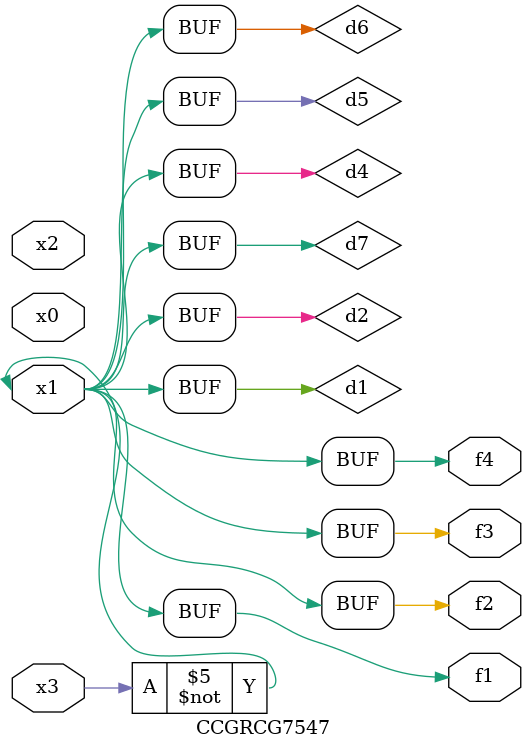
<source format=v>
module CCGRCG7547(
	input x0, x1, x2, x3,
	output f1, f2, f3, f4
);

	wire d1, d2, d3, d4, d5, d6, d7;

	not (d1, x3);
	buf (d2, x1);
	xnor (d3, d1, d2);
	nor (d4, d1);
	buf (d5, d1, d2);
	buf (d6, d4, d5);
	nand (d7, d4);
	assign f1 = d6;
	assign f2 = d7;
	assign f3 = d6;
	assign f4 = d6;
endmodule

</source>
